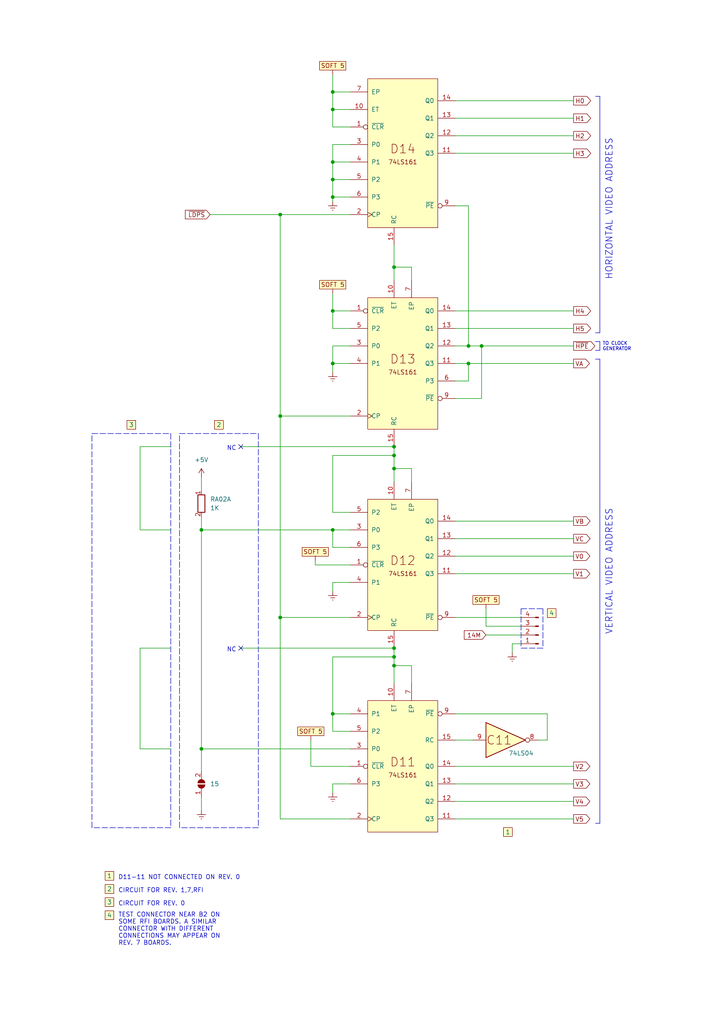
<source format=kicad_sch>
(kicad_sch (version 20211123) (generator eeschema)
  (paper "A4" portrait)
  (title_block (title "Apple II - Video Address Generator") (date "2022-07-11") (rev "All") (company "Apple Computers, Inc.") (comment 1 "Original schematic by Apple Computers") (comment 2 "https://github.com/omega9380/Retro-Schematics") (comment 3 "Replication by Omega9380 - July 2022") (comment 4 "Source: The Apple II Circuit Description by W. Gayler"))
  (lib_symbols
    (symbol "Apple II:C11_74LS04"
      (property "Value" "C11_74LS04" (at 7.62 -3.81 0))
      (symbol "C11_74LS04_0_0"
        (polyline (pts (xy -3.81 5.08) (xy -3.81 -5.08) (xy 7.62 0) (xy -3.81 5.08)) (stroke (width 0.254)) (fill (type background)))
        (text "C11" (at 0 0 0) (effects (font (size 2.54 2.54))))
      )
      (symbol "C11_74LS04_1_0"
        (pin input line (at -7.62 0 0) (length 3.81) (name "~") (number "1"))
        (pin output inverted (at 11.43 0 180) (length 3.81) (name "~") (number "2"))
      )
      (symbol "C11_74LS04_2_0"
        (pin input line (at -7.62 0 0) (length 3.81) (name "~") (number "3"))
        (pin output inverted (at 11.43 0 180) (length 3.81) (name "~") (number "4"))
      )
      (symbol "C11_74LS04_3_0"
        (pin input line (at -7.62 0 0) (length 3.81) (name "~") (number "5"))
        (pin output inverted (at 11.43 0 180) (length 3.81) (name "~") (number "6"))
      )
      (symbol "C11_74LS04_4_0"
        (pin output inverted (at 11.43 0 180) (length 3.81) (name "~") (number "8"))
        (pin input line (at -7.62 0 0) (length 3.81) (name "~") (number "9"))
      )
      (symbol "C11_74LS04_5_0"
        (pin output inverted (at 11.43 0 180) (length 3.81) (name "~") (number "10"))
        (pin input line (at -7.62 0 0) (length 3.81) (name "~") (number "11"))
      )
      (symbol "C11_74LS04_6_0"
        (pin output inverted (at 11.43 0 180) (length 3.81) (name "~") (number "12"))
        (pin input line (at -7.62 0 0) (length 3.81) (name "~") (number "13"))
      )
    )
    (symbol "Apple II:D11_74LS161" (pin_names (offset 1.016))
      (symbol "D11_74LS161_0_0"
        (text "74LS161" (at 10.16 -21.59 0) (effects (font (size 1.27 1.27))))
        (text "D11" (at 10.16 -17.78 0) (effects (font (size 2.54 2.54))))
      )
      (symbol "D11_74LS161_0_1"
        (rectangle (start 0 0) (end 20.32 -38.1) (fill (type background)))
      )
      (symbol "D11_74LS161_1_0"
        (pin input inverted (at -5.08 -19.05 0) (length 5.08) (name "~{CLR}") (number "1"))
        (pin input line (at 7.62 5.08 270) (length 5.08) (name "ET") (number "10"))
        (pin output line (at 25.4 -34.29 180) (length 5.08) (name "Q3") (number "11"))
        (pin output line (at 25.4 -29.21 180) (length 5.08) (name "Q2") (number "12"))
        (pin output line (at 25.4 -24.13 180) (length 5.08) (name "Q1") (number "13"))
        (pin output line (at 25.4 -19.05 180) (length 5.08) (name "Q0") (number "14"))
        (pin output line (at 25.4 -11.43 180) (length 5.08) (name "RC") (number "15"))
        (pin input clock (at -5.08 -34.29 0) (length 5.08) (name "CP") (number "2"))
        (pin input line (at -5.08 -13.97 0) (length 5.08) (name "P0") (number "3"))
        (pin input line (at -5.08 -3.81 0) (length 5.08) (name "P1") (number "4"))
        (pin input line (at -5.08 -8.89 0) (length 5.08) (name "P2") (number "5"))
        (pin input line (at -5.08 -24.13 0) (length 5.08) (name "P3") (number "6"))
        (pin input line (at 12.7 5.08 270) (length 5.08) (name "EP") (number "7"))
        (pin input inverted (at 25.4 -3.81 180) (length 5.08) (name "~{PE}") (number "9"))
      )
    )
    (symbol "Apple II:D12_74LS161" (pin_names (offset 1.016))
      (symbol "D12_74LS161_0_0"
        (text "74LS161" (at 10.16 -21.59 0) (effects (font (size 1.27 1.27))))
        (text "D12" (at 10.16 -17.78 0) (effects (font (size 2.54 2.54))))
      )
      (symbol "D12_74LS161_0_1"
        (rectangle (start 0 0) (end 20.32 -38.1) (fill (type background)))
      )
      (symbol "D12_74LS161_1_0"
        (pin input inverted (at -5.08 -19.05 0) (length 5.08) (name "~{CLR}") (number "1"))
        (pin input line (at 7.62 5.08 270) (length 5.08) (name "ET") (number "10"))
        (pin output line (at 25.4 -21.59 180) (length 5.08) (name "Q3") (number "11"))
        (pin output line (at 25.4 -16.51 180) (length 5.08) (name "Q2") (number "12"))
        (pin output line (at 25.4 -11.43 180) (length 5.08) (name "Q1") (number "13"))
        (pin output line (at 25.4 -6.35 180) (length 5.08) (name "Q0") (number "14"))
        (pin output line (at 7.62 -43.18 90) (length 5.08) (name "RC") (number "15"))
        (pin input clock (at -5.08 -34.29 0) (length 5.08) (name "CP") (number "2"))
        (pin input line (at -5.08 -8.89 0) (length 5.08) (name "P0") (number "3"))
        (pin input line (at -5.08 -24.13 0) (length 5.08) (name "P1") (number "4"))
        (pin input line (at -5.08 -3.81 0) (length 5.08) (name "P2") (number "5"))
        (pin input line (at -5.08 -13.97 0) (length 5.08) (name "P3") (number "6"))
        (pin input line (at 12.7 5.08 270) (length 5.08) (name "EP") (number "7"))
        (pin input inverted (at 25.4 -34.29 180) (length 5.08) (name "~{PE}") (number "9"))
      )
    )
    (symbol "Apple II:D13_74LS161" (pin_names (offset 1.016))
      (symbol "D13_74LS161_0_0"
        (text "74LS161" (at 10.16 -21.59 0) (effects (font (size 1.27 1.27))))
        (text "D13" (at 10.16 -17.78 0) (effects (font (size 2.54 2.54))))
      )
      (symbol "D13_74LS161_0_1"
        (rectangle (start 0 0) (end 20.32 -38.1) (fill (type background)))
      )
      (symbol "D13_74LS161_1_0"
        (pin input inverted (at -5.08 -3.81 0) (length 5.08) (name "~{CLR}") (number "1"))
        (pin input line (at 7.62 5.08 270) (length 5.08) (name "ET") (number "10"))
        (pin output line (at 25.4 -19.05 180) (length 5.08) (name "Q3") (number "11"))
        (pin output line (at 25.4 -13.97 180) (length 5.08) (name "Q2") (number "12"))
        (pin output line (at 25.4 -8.89 180) (length 5.08) (name "Q1") (number "13"))
        (pin output line (at 25.4 -3.81 180) (length 5.08) (name "Q0") (number "14"))
        (pin output line (at 7.62 -43.18 90) (length 5.08) (name "RC") (number "15"))
        (pin input clock (at -5.08 -34.29 0) (length 5.08) (name "CP") (number "2"))
        (pin input line (at -5.08 -13.97 0) (length 5.08) (name "P0") (number "3"))
        (pin input line (at -5.08 -19.05 0) (length 5.08) (name "P1") (number "4"))
        (pin input line (at -5.08 -8.89 0) (length 5.08) (name "P2") (number "5"))
        (pin input line (at 25.4 -24.13 180) (length 5.08) (name "P3") (number "6"))
        (pin input line (at 12.7 5.08 270) (length 5.08) (name "EP") (number "7"))
        (pin input inverted (at 25.4 -29.21 180) (length 5.08) (name "~{PE}") (number "9"))
      )
    )
    (symbol "Apple II:D14_74LS161" (pin_names (offset 1.016))
      (symbol "D14_74LS161_0_0"
        (text "74LS161" (at 10.16 -24.13 0) (effects (font (size 1.27 1.27))))
        (text "D14" (at 10.16 -20.32 0) (effects (font (size 2.54 2.54))))
      )
      (symbol "D14_74LS161_0_1"
        (rectangle (start 0 0) (end 20.32 -43.18) (fill (type background)))
      )
      (symbol "D14_74LS161_1_0"
        (pin input inverted (at -5.08 -13.97 0) (length 5.08) (name "~{CLR}") (number "1"))
        (pin input line (at -5.08 -8.89 0) (length 5.08) (name "ET") (number "10"))
        (pin output line (at 25.4 -21.59 180) (length 5.08) (name "Q3") (number "11"))
        (pin output line (at 25.4 -16.51 180) (length 5.08) (name "Q2") (number "12"))
        (pin output line (at 25.4 -11.43 180) (length 5.08) (name "Q1") (number "13"))
        (pin output line (at 25.4 -6.35 180) (length 5.08) (name "Q0") (number "14"))
        (pin output line (at 7.62 -48.26 90) (length 5.08) (name "RC") (number "15"))
        (pin input clock (at -5.08 -39.37 0) (length 5.08) (name "CP") (number "2"))
        (pin input line (at -5.08 -19.05 0) (length 5.08) (name "P0") (number "3"))
        (pin input line (at -5.08 -24.13 0) (length 5.08) (name "P1") (number "4"))
        (pin input line (at -5.08 -29.21 0) (length 5.08) (name "P2") (number "5"))
        (pin input line (at -5.08 -34.29 0) (length 5.08) (name "P3") (number "6"))
        (pin input line (at -5.08 -3.81 0) (length 5.08) (name "EP") (number "7"))
        (pin input inverted (at 25.4 -36.83 180) (length 5.08) (name "~{PE}") (number "9"))
      )
    )
    (symbol "Apple II:NOTE_NUMBER"
      (property "Value" "NOTE_NUMBER" (at 0 0 0))
      (symbol "NOTE_NUMBER_0_0"
        (rectangle (start -1.27 1.27) (end 1.27 -1.27) (fill (type background)))
      )
    )
    (symbol "Apple II:SOFT_5"
      (symbol "SOFT_5_0_0"
        (rectangle (start -3.81 1.27) (end 3.81 -1.27) (fill (type background)))
        (text "SOFT 5" (at 0 0 0) (effects (font (size 1.27 1.27))))
      )
      (symbol "SOFT_5_1_0"
        (pin passive line (at 0 -2.54 90) (length 1.27) (name "") (number ""))
      )
    )
    (symbol "Connector:Conn_01x04_Male" (pin_names (offset 1.016) hide)
      (property "Reference" "J" (at 0 5.08 0))
      (property "Value" "Conn_01x04_Male" (at 0 -7.62 0))
      (symbol "Conn_01x04_Male_1_1"
        (polyline (pts (xy 1.27 -5.08) (xy 0.8636 -5.08)) (stroke (width 0.1524)))
        (polyline (pts (xy 1.27 -2.54) (xy 0.8636 -2.54)) (stroke (width 0.1524)))
        (polyline (pts (xy 1.27 0) (xy 0.8636 0)) (stroke (width 0.1524)))
        (polyline (pts (xy 1.27 2.54) (xy 0.8636 2.54)) (stroke (width 0.1524)))
        (rectangle (start 0.8636 -4.953) (end 0 -5.207) (stroke (width 0.1524)) (fill (type outline)))
        (rectangle (start 0.8636 -2.413) (end 0 -2.667) (stroke (width 0.1524)) (fill (type outline)))
        (rectangle (start 0.8636 0.127) (end 0 -0.127) (stroke (width 0.1524)) (fill (type outline)))
        (rectangle (start 0.8636 2.667) (end 0 2.413) (stroke (width 0.1524)) (fill (type outline)))
        (pin passive line (at 5.08 2.54 180) (length 3.81) (name "Pin_1") (number "1"))
        (pin passive line (at 5.08 0 180) (length 3.81) (name "Pin_2") (number "2"))
        (pin passive line (at 5.08 -2.54 180) (length 3.81) (name "Pin_3") (number "3"))
        (pin passive line (at 5.08 -5.08 180) (length 3.81) (name "Pin_4") (number "4"))
      )
    )
    (symbol "Device:R_Network08_Split" (pin_names (offset 0) hide)
      (property "Reference" "RN" (at 2.032 0 90))
      (property "Value" "R_Network08_Split" (at 0 0 90))
      (symbol "R_Network08_Split_0_1"
        (rectangle (start 1.016 2.54) (end -1.016 -2.54) (stroke (width 0.254)))
      )
      (symbol "R_Network08_Split_1_1"
        (pin passive line (at 0 3.81 270) (length 1.27) (name "R1.1") (number "1"))
        (pin passive line (at 0 -3.81 90) (length 1.27) (name "R1.2") (number "2"))
      )
      (symbol "R_Network08_Split_2_1"
        (polyline (pts (xy 0 2.54) (xy 0 3.81)))
        (text "1" (at 0.889 3.175 900) (effects (font (size 1.27 1.27))))
        (pin passive line (at 0 -3.81 90) (length 1.27) (name "R2.2") (number "3"))
      )
      (symbol "R_Network08_Split_3_1"
        (polyline (pts (xy 0 2.54) (xy 0 3.81)))
        (text "1" (at 0.889 3.175 900) (effects (font (size 1.27 1.27))))
        (pin passive line (at 0 -3.81 90) (length 1.27) (name "R3.2") (number "4"))
      )
      (symbol "R_Network08_Split_4_1"
        (polyline (pts (xy 0 2.54) (xy 0 3.81)))
        (text "1" (at 0.889 3.175 900) (effects (font (size 1.27 1.27))))
        (pin passive line (at 0 -3.81 90) (length 1.27) (name "R4.2") (number "5"))
      )
      (symbol "R_Network08_Split_5_1"
        (polyline (pts (xy 0 2.54) (xy 0 3.81)))
        (text "1" (at 0.889 3.175 900) (effects (font (size 1.27 1.27))))
        (pin passive line (at 0 -3.81 90) (length 1.27) (name "R5.2") (number "6"))
      )
      (symbol "R_Network08_Split_6_1"
        (polyline (pts (xy 0 2.54) (xy 0 3.81)))
        (text "1" (at 0.889 3.175 900) (effects (font (size 1.27 1.27))))
        (pin passive line (at 0 -3.81 90) (length 1.27) (name "R6.2") (number "7"))
      )
      (symbol "R_Network08_Split_7_1"
        (polyline (pts (xy 0 2.54) (xy 0 3.81)))
        (text "1" (at 0.889 3.175 900) (effects (font (size 1.27 1.27))))
        (pin passive line (at 0 -3.81 90) (length 1.27) (name "R7.2") (number "8"))
      )
      (symbol "R_Network08_Split_8_1"
        (polyline (pts (xy 0 2.54) (xy 0 3.81)))
        (text "1" (at 0.889 3.175 900) (effects (font (size 1.27 1.27))))
        (pin passive line (at 0 -3.81 90) (length 1.27) (name "R8.2") (number "9"))
      )
    )
    (symbol "Jumper:SolderJumper_2_Open" (pin_names (offset 0) hide)
      (property "Reference" "JP" (at 0 2.032 0))
      (property "Value" "SolderJumper_2_Open" (at 0 -2.54 0))
      (symbol "SolderJumper_2_Open_0_1"
        (arc (start -0.254 1.016) (mid -1.27 0) (end -0.254 -1.016))
        (arc (start -0.254 1.016) (mid -1.27 0) (end -0.254 -1.016) (fill (type outline)))
        (polyline (pts (xy -0.254 1.016) (xy -0.254 -1.016)))
        (polyline (pts (xy 0.254 1.016) (xy 0.254 -1.016)))
        (arc (start 0.254 -1.016) (mid 1.27 0) (end 0.254 1.016))
        (arc (start 0.254 -1.016) (mid 1.27 0) (end 0.254 1.016) (fill (type outline)))
      )
      (symbol "SolderJumper_2_Open_1_1"
        (pin passive line (at -3.81 0 0) (length 2.54) (name "A") (number "1"))
        (pin passive line (at 3.81 0 180) (length 2.54) (name "B") (number "2"))
      )
    )
    (symbol "power:+5V" (power) (pin_names (offset 0))
      (property "Value" "+5V" (at 0 3.556 0))
      (symbol "+5V_0_1"
        (polyline (pts (xy -0.762 1.27) (xy 0 2.54)))
        (polyline (pts (xy 0 0) (xy 0 2.54)))
        (polyline (pts (xy 0 2.54) (xy 0.762 1.27)))
      )
      (symbol "+5V_1_1"
        (pin power_in line (at 0 0 90) (length 0) hide (name "+5V") (number "1"))
      )
    )
    (symbol "power:Earth" (power) (pin_names (offset 0))
      (symbol "Earth_0_1"
        (polyline (pts (xy -0.635 -1.905) (xy 0.635 -1.905)))
        (polyline (pts (xy -0.127 -2.54) (xy 0.127 -2.54)))
        (polyline (pts (xy 0 -1.27) (xy 0 0)))
        (polyline (pts (xy 1.27 -1.27) (xy -1.27 -1.27)))
      )
      (symbol "Earth_1_1"
        (pin power_in line (at 0 0 270) (length 0) hide (name "Earth") (number "1"))
      )
    )
  )
  (junction (at 96.52 57.15))
  (junction (at 96.52 90.17))
  (junction (at 81.28 120.65))
  (junction (at 114.3 132.08))
  (junction (at 114.3 190.5))
  (junction (at 139.7 100.33))
  (junction (at 96.52 31.75))
  (junction (at 81.28 62.23))
  (junction (at 96.52 105.41))
  (junction (at 96.52 52.07))
  (junction (at 135.89 105.41))
  (junction (at 114.3 129.54))
  (junction (at 96.52 153.67))
  (junction (at 114.3 187.96))
  (junction (at 114.3 77.47))
  (junction (at 114.3 193.04))
  (junction (at 96.52 26.67))
  (junction (at 96.52 46.99))
  (junction (at 81.28 179.07))
  (junction (at 135.89 100.33))
  (junction (at 58.42 153.67))
  (junction (at 114.3 135.89))
  (junction (at 58.42 217.17))
  (junction (at 96.52 207.01))
  (no_connect (at 69.85 129.54))
  (no_connect (at 69.85 187.96))
  (wire (pts (xy 158.75 214.63) (xy 156.21 214.63)))
  (wire (pts (xy 166.37 166.37) (xy 132.08 166.37)))
  (wire (pts (xy 69.85 187.96) (xy 114.3 187.96)))
  (wire (pts (xy 166.37 34.29) (xy 132.08 34.29)))
  (wire (pts (xy 101.6 237.49) (xy 81.28 237.49)))
  (polyline (pts (xy 157.48 187.96) (xy 151.13 187.96)))
  (wire (pts (xy 58.42 217.17) (xy 101.6 217.17)))
  (wire (pts (xy 151.13 179.07) (xy 132.08 179.07)))
  (wire (pts (xy 96.52 212.09) (xy 96.52 207.01)))
  (polyline (pts (xy 172.72 27.94) (xy 173.99 27.94)) (stroke (width 0) (type solid)))
  (wire (pts (xy 40.64 129.54) (xy 40.64 153.67)))
  (wire (pts (xy 151.13 186.69) (xy 148.59 186.69)))
  (wire (pts (xy 81.28 237.49) (xy 81.28 179.07)))
  (wire (pts (xy 101.6 222.25) (xy 90.17 222.25)))
  (wire (pts (xy 96.52 31.75) (xy 96.52 36.83)))
  (wire (pts (xy 58.42 153.67) (xy 58.42 217.17)))
  (wire (pts (xy 101.6 207.01) (xy 96.52 207.01)))
  (wire (pts (xy 135.89 59.69) (xy 135.89 100.33)))
  (wire (pts (xy 101.6 163.83) (xy 91.44 163.83)))
  (wire (pts (xy 166.37 29.21) (xy 132.08 29.21)))
  (wire (pts (xy 101.6 168.91) (xy 96.52 168.91)))
  (wire (pts (xy 96.52 52.07) (xy 96.52 57.15)))
  (wire (pts (xy 96.52 52.07) (xy 101.6 52.07)))
  (wire (pts (xy 101.6 105.41) (xy 96.52 105.41)))
  (wire (pts (xy 119.38 81.28) (xy 119.38 77.47)))
  (wire (pts (xy 135.89 100.33) (xy 132.08 100.33)))
  (wire (pts (xy 166.37 222.25) (xy 132.08 222.25)))
  (wire (pts (xy 119.38 193.04) (xy 114.3 193.04)))
  (wire (pts (xy 58.42 149.86) (xy 58.42 153.67)))
  (polyline (pts (xy 172.72 99.06) (xy 173.99 99.06)) (stroke (width 0) (type solid)))
  (wire (pts (xy 60.96 62.23) (xy 81.28 62.23)))
  (wire (pts (xy 96.52 100.33) (xy 96.52 105.41)))
  (wire (pts (xy 135.89 110.49) (xy 135.89 105.41)))
  (wire (pts (xy 166.37 90.17) (xy 132.08 90.17)))
  (wire (pts (xy 148.59 186.69) (xy 148.59 189.23)))
  (polyline (pts (xy 74.93 125.73) (xy 74.93 240.03)))
  (wire (pts (xy 135.89 105.41) (xy 132.08 105.41)))
  (polyline (pts (xy 26.67 125.73) (xy 49.53 125.73)))
  (polyline (pts (xy 172.72 104.14) (xy 173.99 104.14)) (stroke (width 0) (type solid)))
  (wire (pts (xy 140.97 181.61) (xy 140.97 176.53)))
  (wire (pts (xy 114.3 193.04) (xy 114.3 198.12)))
  (wire (pts (xy 166.37 39.37) (xy 132.08 39.37)))
  (wire (pts (xy 96.52 207.01) (xy 96.52 190.5)))
  (wire (pts (xy 158.75 207.01) (xy 158.75 214.63)))
  (wire (pts (xy 96.52 21.59) (xy 96.52 26.67)))
  (wire (pts (xy 166.37 237.49) (xy 132.08 237.49)))
  (wire (pts (xy 96.52 105.41) (xy 96.52 107.95)))
  (wire (pts (xy 40.64 217.17) (xy 49.53 217.17)))
  (wire (pts (xy 166.37 95.25) (xy 132.08 95.25)))
  (wire (pts (xy 114.3 129.54) (xy 114.3 132.08)))
  (wire (pts (xy 96.52 153.67) (xy 101.6 153.67)))
  (polyline (pts (xy 157.48 176.53) (xy 157.48 187.96)))
  (wire (pts (xy 114.3 190.5) (xy 114.3 193.04)))
  (wire (pts (xy 166.37 105.41) (xy 135.89 105.41)))
  (polyline (pts (xy 172.72 101.6) (xy 173.99 101.6)) (stroke (width 0) (type solid)))
  (wire (pts (xy 139.7 115.57) (xy 139.7 100.33)))
  (wire (pts (xy 96.52 90.17) (xy 96.52 95.25)))
  (wire (pts (xy 166.37 227.33) (xy 132.08 227.33)))
  (wire (pts (xy 101.6 148.59) (xy 96.52 148.59)))
  (wire (pts (xy 96.52 168.91) (xy 96.52 171.45)))
  (polyline (pts (xy 173.99 99.06) (xy 173.99 101.6)) (stroke (width 0) (type solid)))
  (polyline (pts (xy 74.93 240.03) (xy 52.07 240.03)))
  (wire (pts (xy 166.37 100.33) (xy 139.7 100.33)))
  (polyline (pts (xy 151.13 176.53) (xy 151.13 187.96)))
  (wire (pts (xy 101.6 179.07) (xy 81.28 179.07)))
  (wire (pts (xy 96.52 190.5) (xy 114.3 190.5)))
  (wire (pts (xy 58.42 234.95) (xy 58.42 231.14)))
  (wire (pts (xy 114.3 135.89) (xy 114.3 139.7)))
  (wire (pts (xy 101.6 212.09) (xy 96.52 212.09)))
  (wire (pts (xy 151.13 181.61) (xy 140.97 181.61)))
  (polyline (pts (xy 172.72 238.76) (xy 173.99 238.76)) (stroke (width 0) (type solid)))
  (polyline (pts (xy 172.72 96.52) (xy 173.99 96.52)) (stroke (width 0) (type solid)))
  (wire (pts (xy 119.38 198.12) (xy 119.38 193.04)))
  (wire (pts (xy 101.6 95.25) (xy 96.52 95.25)))
  (wire (pts (xy 58.42 138.43) (xy 58.42 142.24)))
  (wire (pts (xy 81.28 120.65) (xy 81.28 179.07)))
  (wire (pts (xy 101.6 100.33) (xy 96.52 100.33)))
  (wire (pts (xy 101.6 41.91) (xy 96.52 41.91)))
  (wire (pts (xy 96.52 57.15) (xy 96.52 58.42)))
  (wire (pts (xy 101.6 36.83) (xy 96.52 36.83)))
  (wire (pts (xy 96.52 148.59) (xy 96.52 132.08)))
  (wire (pts (xy 101.6 120.65) (xy 81.28 120.65)))
  (wire (pts (xy 96.52 41.91) (xy 96.52 46.99)))
  (wire (pts (xy 96.52 31.75) (xy 101.6 31.75)))
  (wire (pts (xy 166.37 151.13) (xy 132.08 151.13)))
  (wire (pts (xy 114.3 77.47) (xy 114.3 81.28)))
  (wire (pts (xy 132.08 110.49) (xy 135.89 110.49)))
  (polyline (pts (xy 49.53 240.03) (xy 26.67 240.03)))
  (polyline (pts (xy 173.99 238.76) (xy 173.99 104.14)) (stroke (width 0) (type solid)))
  (wire (pts (xy 114.3 71.12) (xy 114.3 77.47)))
  (wire (pts (xy 119.38 135.89) (xy 114.3 135.89)))
  (wire (pts (xy 166.37 232.41) (xy 132.08 232.41)))
  (wire (pts (xy 119.38 139.7) (xy 119.38 135.89)))
  (wire (pts (xy 96.52 46.99) (xy 96.52 52.07)))
  (wire (pts (xy 101.6 227.33) (xy 96.52 227.33)))
  (wire (pts (xy 166.37 161.29) (xy 132.08 161.29)))
  (wire (pts (xy 81.28 62.23) (xy 81.28 120.65)))
  (polyline (pts (xy 151.13 176.53) (xy 157.48 176.53)))
  (wire (pts (xy 140.97 184.15) (xy 151.13 184.15)))
  (wire (pts (xy 114.3 132.08) (xy 114.3 135.89)))
  (wire (pts (xy 40.64 153.67) (xy 49.53 153.67)))
  (wire (pts (xy 135.89 100.33) (xy 139.7 100.33)))
  (wire (pts (xy 96.52 46.99) (xy 101.6 46.99)))
  (wire (pts (xy 101.6 90.17) (xy 96.52 90.17)))
  (wire (pts (xy 58.42 153.67) (xy 96.52 153.67)))
  (wire (pts (xy 166.37 156.21) (xy 132.08 156.21)))
  (wire (pts (xy 166.37 44.45) (xy 132.08 44.45)))
  (wire (pts (xy 96.52 158.75) (xy 96.52 153.67)))
  (wire (pts (xy 49.53 129.54) (xy 40.64 129.54)))
  (wire (pts (xy 81.28 62.23) (xy 101.6 62.23)))
  (wire (pts (xy 40.64 187.96) (xy 40.64 217.17)))
  (polyline (pts (xy 26.67 240.03) (xy 26.67 125.73)))
  (wire (pts (xy 49.53 187.96) (xy 40.64 187.96)))
  (wire (pts (xy 96.52 57.15) (xy 101.6 57.15)))
  (wire (pts (xy 101.6 158.75) (xy 96.52 158.75)))
  (wire (pts (xy 91.44 163.83) (xy 91.44 162.56)))
  (wire (pts (xy 96.52 227.33) (xy 96.52 229.87)))
  (polyline (pts (xy 52.07 125.73) (xy 74.93 125.73)))
  (wire (pts (xy 114.3 77.47) (xy 119.38 77.47)))
  (wire (pts (xy 101.6 26.67) (xy 96.52 26.67)))
  (wire (pts (xy 96.52 132.08) (xy 114.3 132.08)))
  (wire (pts (xy 114.3 187.96) (xy 114.3 190.5)))
  (wire (pts (xy 132.08 59.69) (xy 135.89 59.69)))
  (polyline (pts (xy 52.07 240.03) (xy 52.07 125.73)))
  (wire (pts (xy 132.08 207.01) (xy 158.75 207.01)))
  (polyline (pts (xy 173.99 96.52) (xy 173.99 27.94)) (stroke (width 0) (type solid)))
  (polyline (pts (xy 49.53 125.73) (xy 49.53 240.03)))
  (wire (pts (xy 96.52 26.67) (xy 96.52 31.75)))
  (wire (pts (xy 69.85 129.54) (xy 114.3 129.54)))
  (wire (pts (xy 132.08 115.57) (xy 139.7 115.57)))
  (wire (pts (xy 96.52 85.09) (xy 96.52 90.17)))
  (wire (pts (xy 90.17 222.25) (xy 90.17 214.63)))
  (wire (pts (xy 58.42 217.17) (xy 58.42 223.52)))
  (wire (pts (xy 132.08 214.63) (xy 137.16 214.63)))
  (text "TEST CONNECTOR NEAR B2 ON\nSOME RFI BOARDS. A SIMILAR\nCONNECTOR WITH DIFFERENT\nCONNECTIONS MAY APPEAR ON\nREV. 7 BOARDS." (at 34.29 274.32 0) (effects (font (size 1.27 1.27)) (justify left bottom)))
  (text "D11-11 NOT CONNECTED ON REV. 0" (at 34.29 255.27 0) (effects (font (size 1.27 1.27)) (justify left bottom)))
  (text "NC" (at 68.58 130.81 180) (effects (font (size 1.27 1.27)) (justify right bottom)))
  (text "VERTICAL VIDEO ADDRESS" (at 177.8 184.15 90) (effects (font (size 1.905 1.905)) (justify left bottom)))
  (text "HORIZONTAL VIDEO ADDRESS" (at 177.8 81.28 90) (effects (font (size 1.905 1.905)) (justify left bottom)))
  (text "NC" (at 68.58 189.23 180) (effects (font (size 1.27 1.27)) (justify right bottom)))
  (text "CIRCUIT FOR REV. 1,7,RFI" (at 34.29 259.08 0) (effects (font (size 1.27 1.27)) (justify left bottom)))
  (text "TO CLOCK\nGENERATOR" (at 174.752 101.854 0) (effects (font (size 0.96 0.96)) (justify left bottom)))
  (text "CIRCUIT FOR REV. 0" (at 34.29 262.89 0) (effects (font (size 1.27 1.27)) (justify left bottom)))
  (global_label "H0" (shape output) (at 166.37 29.21 0) (property "Intersheet References" "${INTERSHEET_REFS}" (effects hide)))
  (global_label "~{HPE}" (shape output) (at 166.37 100.33 0) (property "Intersheet References" "${INTERSHEET_REFS}" (effects hide)))
  (global_label "14M" (shape input) (at 140.97 184.15 180) (property "Intersheet References" "${INTERSHEET_REFS}" (effects hide)))
  (global_label "~{LDPS}" (shape input) (at 60.96 62.23 180) (property "Intersheet References" "${INTERSHEET_REFS}" (effects hide)))
  (global_label "H4" (shape output) (at 166.37 90.17 0) (property "Intersheet References" "${INTERSHEET_REFS}" (effects hide)))
  (global_label "V5" (shape output) (at 166.37 237.49 0) (property "Intersheet References" "${INTERSHEET_REFS}" (effects hide)))
  (global_label "V4" (shape output) (at 166.37 232.41 0) (property "Intersheet References" "${INTERSHEET_REFS}" (effects hide)))
  (global_label "V3" (shape output) (at 166.37 227.33 0) (property "Intersheet References" "${INTERSHEET_REFS}" (effects hide)))
  (global_label "H1" (shape output) (at 166.37 34.29 0) (property "Intersheet References" "${INTERSHEET_REFS}" (effects hide)))
  (global_label "V0" (shape output) (at 166.37 161.29 0) (property "Intersheet References" "${INTERSHEET_REFS}" (effects hide)))
  (global_label "V1" (shape output) (at 166.37 166.37 0) (property "Intersheet References" "${INTERSHEET_REFS}" (effects hide)))
  (global_label "H2" (shape output) (at 166.37 39.37 0) (property "Intersheet References" "${INTERSHEET_REFS}" (effects hide)))
  (global_label "V2" (shape output) (at 166.37 222.25 0) (property "Intersheet References" "${INTERSHEET_REFS}" (effects hide)))
  (global_label "VC" (shape output) (at 166.37 156.21 0) (property "Intersheet References" "${INTERSHEET_REFS}" (effects hide)))
  (global_label "H5" (shape output) (at 166.37 95.25 0) (property "Intersheet References" "${INTERSHEET_REFS}" (effects hide)))
  (global_label "H3" (shape output) (at 166.37 44.45 0) (property "Intersheet References" "${INTERSHEET_REFS}" (effects hide)))
  (global_label "VA" (shape output) (at 166.37 105.41 0) (property "Intersheet References" "${INTERSHEET_REFS}" (effects hide)))
  (global_label "VB" (shape output) (at 166.37 151.13 0) (property "Intersheet References" "${INTERSHEET_REFS}" (effects hide)))
  (symbol (lib_id "power:Earth") (at 96.52 229.87 0) (unit 1)
    (property "Reference" "#PWR?" (effects hide))
    (property "Value" "Earth" (effects hide))
  )
  (symbol (lib_id "Apple II:NOTE_NUMBER") (at 38.1 123.19 0) (unit 1)
    (property "Reference" "N3" (effects hide))
    (property "Value" "3" (at 38.1 123.19 0))
  )
  (symbol (lib_id "Apple II:SOFT_5") (at 90.17 212.09 0) (unit 1)
    (property "Reference" "O?" (effects hide))
    (property "Value" "SOFT_5" (effects hide))
  )
  (symbol (lib_id "Apple II:D11_74LS161") (at 106.68 203.2 0) (unit 1)
    (property "Reference" "U?" (effects hide))
    (property "Value" "D11_74LS161" (effects hide))
    (property "Datasheet" "http://www.ti.com/lit/gpn/sn74LS161" (effects hide))
  )
  (symbol (lib_id "power:Earth") (at 58.42 234.95 0) (unit 1)
    (property "Reference" "#PWR?" (effects hide))
    (property "Value" "Earth" (effects hide))
  )
  (symbol (lib_id "power:Earth") (at 96.52 171.45 0) (unit 1)
    (property "Reference" "#PWR?" (effects hide))
    (property "Value" "Earth" (effects hide))
  )
  (symbol (lib_id "Apple II:NOTE_NUMBER") (at 31.75 261.62 0) (unit 1)
    (property "Reference" "N3" (effects hide))
    (property "Value" "3" (at 31.75 261.62 0))
  )
  (symbol (lib_id "Device:R_Network08_Split") (at 58.42 146.05 0) (unit 1)
    (property "Reference" "RA02" (at 60.96 144.7799 0) (effects (justify left)))
    (property "Value" "1K" (at 60.96 147.3199 0) (effects (justify left)))
    (property "Footprint" "Resistor_THT:R_Array_SIP9" (effects hide))
    (property "Datasheet" "http://www.vishay.com/docs/31509/csc.pdf" (effects hide))
  )
  (symbol (lib_id "Apple II:NOTE_NUMBER") (at 147.32 241.3 0) (unit 1)
    (property "Reference" "N1" (effects hide))
    (property "Value" "1" (at 147.32 241.3 0))
  )
  (symbol (lib_id "Apple II:C11_74LS04") (at 144.78 214.63 0) (unit 4)
    (property "Reference" "U?" (effects hide))
    (property "Value" "74LS04" (at 151.13 218.44 0))
    (property "Datasheet" "http://www.ti.com/lit/gpn/sn74LS04" (effects hide))
  )
  (symbol (lib_id "Apple II:SOFT_5") (at 91.44 160.02 0) (unit 1)
    (property "Reference" "O?" (effects hide))
    (property "Value" "SOFT_5" (effects hide))
  )
  (symbol (lib_id "Apple II:NOTE_NUMBER") (at 63.5 123.19 0) (unit 1)
    (property "Reference" "N2" (effects hide))
    (property "Value" "2" (at 63.5 123.19 0))
  )
  (symbol (lib_id "power:Earth") (at 96.52 107.95 0) (unit 1)
    (property "Reference" "#PWR?" (effects hide))
    (property "Value" "Earth" (effects hide))
  )
  (symbol (lib_id "Apple II:NOTE_NUMBER") (at 31.75 257.81 0) (unit 1)
    (property "Reference" "N2" (effects hide))
    (property "Value" "2" (at 31.75 257.81 0))
  )
  (symbol (lib_id "Apple II:NOTE_NUMBER") (at 31.75 254 0) (unit 1)
    (property "Reference" "N1" (effects hide))
    (property "Value" "1" (at 31.75 254 0))
  )
  (symbol (lib_id "Apple II:NOTE_NUMBER") (at 160.02 177.8 0) (unit 1)
    (property "Reference" "N4" (effects hide))
    (property "Value" "4" (at 160.02 177.8 0))
  )
  (symbol (lib_id "Apple II:SOFT_5") (at 96.52 19.05 0) (unit 1)
    (property "Reference" "O?" (effects hide))
    (property "Value" "SOFT_5" (effects hide))
  )
  (symbol (lib_id "Connector:Conn_01x04_Male") (at 156.21 184.15 180) (unit 1)
    (property "Reference" "J?" (effects hide))
    (property "Value" "Conn_01x04_Male" (effects hide))
  )
  (symbol (lib_id "Jumper:SolderJumper_2_Open") (at 58.42 227.33 90) (unit 1)
    (property "Reference" "JP15" (effects hide))
    (property "Value" "15" (at 60.96 227.33 90) (effects (justify right)))
  )
  (symbol (lib_id "Apple II:SOFT_5") (at 140.97 173.99 0) (unit 1)
    (property "Reference" "O?" (effects hide))
    (property "Value" "SOFT_5" (effects hide))
  )
  (symbol (lib_id "power:Earth") (at 96.52 58.42 0) (unit 1)
    (property "Reference" "#PWR?" (effects hide))
    (property "Value" "Earth" (effects hide))
  )
  (symbol (lib_id "power:Earth") (at 148.59 189.23 0) (unit 1)
    (property "Reference" "#PWR?" (effects hide))
    (property "Value" "Earth" (effects hide))
  )
  (symbol (lib_id "Apple II:D14_74LS161") (at 106.68 22.86 0) (unit 1)
    (property "Reference" "U?" (effects hide))
    (property "Value" "D14_74LS161" (effects hide))
    (property "Datasheet" "http://www.ti.com/lit/gpn/sn74LS161" (effects hide))
  )
  (symbol (lib_id "Apple II:D13_74LS161") (at 106.68 86.36 0) (unit 1)
    (property "Reference" "U?" (effects hide))
    (property "Value" "D13_74LS161" (effects hide))
    (property "Datasheet" "http://www.ti.com/lit/gpn/sn74LS161" (effects hide))
  )
  (symbol (lib_id "Apple II:D12_74LS161") (at 106.68 144.78 0) (unit 1)
    (property "Reference" "U?" (effects hide))
    (property "Value" "D12_74LS161" (effects hide))
    (property "Datasheet" "http://www.ti.com/lit/gpn/sn74LS161" (effects hide))
  )
  (symbol (lib_id "Apple II:NOTE_NUMBER") (at 31.75 265.43 0) (unit 1)
    (property "Reference" "N4" (effects hide))
    (property "Value" "4" (at 31.75 265.43 0))
  )
  (symbol (lib_id "Apple II:SOFT_5") (at 96.52 82.55 0) (unit 1)
    (property "Reference" "O?" (effects hide))
    (property "Value" "SOFT_5" (effects hide))
  )
  (symbol (lib_id "power:+5V") (at 58.42 138.43 0) (unit 1)
    (property "Reference" "#PWR?" (effects hide))
    (property "Value" "+5V" (at 58.42 133.35 0))
  )
)
</source>
